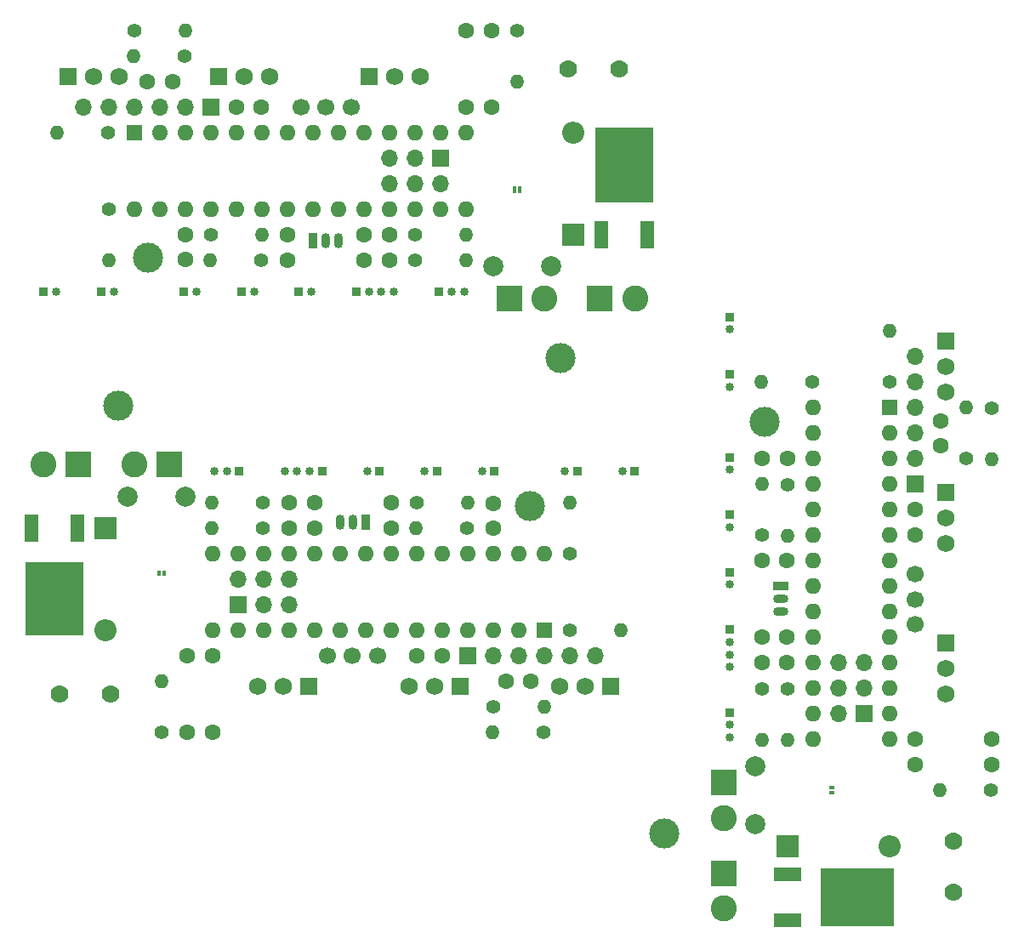
<source format=gbs>
%MOIN*%
%OFA0B0*%
%FSLAX46Y46*%
%IPPOS*%
%LPD*%
%AMREC110*
4,1,3,
0.043307086614173228,0.043307086614173242,
-0.043307086614173242,0.043307086614173228,
-0.043307086614173228,-0.043307086614173242,
0.043307086614173242,-0.043307086614173228,
0*%
%AMREC120*
4,1,3,
0.033464566929133854,0.033464566929133861,
-0.033464566929133861,0.033464566929133854,
-0.033464566929133854,-0.033464566929133861,
0.033464566929133861,-0.033464566929133854,
0*%
%AMREC130*
4,1,3,
0.03444881889763779,0.0344488188976378,
-0.0344488188976378,0.03444881889763779,
-0.03444881889763779,-0.0344488188976378,
0.0344488188976378,-0.03444881889763779,
0*%
%AMREC140*
4,1,3,
0.031496062992125984,0.031496062992125991,
-0.031496062992125991,0.031496062992125984,
-0.031496062992125984,-0.031496062992125991,
0.031496062992125991,-0.031496062992125984,
0*%
%AMREC150*
4,1,3,
0.051181102362204724,0.051181102362204738,
-0.051181102362204738,0.051181102362204724,
-0.051181102362204724,-0.051181102362204738,
0.051181102362204738,-0.051181102362204724,
0*%
%AMREC160*
4,1,3,
0.017716535433070862,0.029527559055118113,
-0.017716535433070873,0.029527559055118113,
-0.017716535433070862,-0.029527559055118113,
0.017716535433070873,-0.029527559055118113,
0*%
%AMREC170*
4,1,3,
0.016732283464566927,0.016732283464566931,
-0.016732283464566931,0.016732283464566927,
-0.016732283464566927,-0.016732283464566931,
0.016732283464566931,-0.016732283464566927,
0*%
%AMREC180*
4,1,3,
0.027559055118110232,0.053149606299212608,
-0.027559055118110239,0.053149606299212608,
-0.027559055118110232,-0.053149606299212608,
0.027559055118110239,-0.053149606299212608,
0*%
%AMREC190*
4,1,3,
0.11417322834645668,0.1456692913385827,
-0.11417322834645671,0.14566929133858267,
-0.11417322834645668,-0.1456692913385827,
0.11417322834645671,-0.14566929133858267,
0*%
%AMREC200*
4,1,3,
0.007874015748031496,0.011811023622047244,
-0.0078740157480314977,0.011811023622047244,
-0.007874015748031496,-0.011811023622047244,
0.0078740157480314977,-0.011811023622047244,
0*%
%ADD10C,0.0039370078740157488*%
%ADD11R,0.086614173228346469X0.086614173228346469*%
%ADD12O,0.086614173228346469X0.086614173228346469*%
%ADD13C,0.07874015748031496*%
%ADD14C,0.07*%
%ADD15R,0.066929133858267723X0.066929133858267723*%
%ADD16O,0.066929133858267723X0.066929133858267723*%
%ADD17C,0.11811023622047245*%
%ADD18C,0.068897637795275593*%
%ADD19R,0.068897637795275593X0.068897637795275593*%
%ADD20R,0.062992125984251982X0.062992125984251982*%
%ADD21O,0.062992125984251982X0.062992125984251982*%
%ADD22R,0.10236220472440946X0.10236220472440946*%
%ADD23C,0.10236220472440946*%
%ADD24C,0.066929133858267723*%
%ADD25C,0.055118110236220472*%
%ADD26O,0.055118110236220472X0.055118110236220472*%
%ADD27C,0.062992125984251982*%
%ADD28O,0.035433070866141732X0.059055118110236227*%
%ADD29R,0.035433070866141732X0.059055118110236227*%
%ADD30R,0.033464566929133861X0.033464566929133861*%
%ADD31C,0.033464566929133861*%
%ADD32R,0.055118110236220472X0.10629921259842522*%
%ADD33R,0.2283464566929134X0.29133858267716539*%
%ADD34R,0.015748031496062995X0.023622047244094488*%
%ADD45C,0.0039370078740157488*%
%AMCOMP47*
4,1,3,
0.043307086614173228,0.043307086614173242,
-0.043307086614173242,0.043307086614173228,
-0.043307086614173228,-0.043307086614173242,
0.043307086614173242,-0.043307086614173228,
0*%
%ADD46COMP47*%
%ADD47O,0.086614173228346469X0.086614173228346469*%
%ADD48C,0.07874015748031496*%
%ADD49C,0.07*%
%AMCOMP48*
4,1,3,
0.033464566929133854,0.033464566929133861,
-0.033464566929133861,0.033464566929133854,
-0.033464566929133854,-0.033464566929133861,
0.033464566929133861,-0.033464566929133854,
0*%
%ADD50COMP48*%
%ADD51O,0.066929133858267723X0.066929133858267723*%
%ADD52C,0.11811023622047245*%
%ADD53C,0.068897637795275593*%
%AMCOMP49*
4,1,3,
0.03444881889763779,0.0344488188976378,
-0.0344488188976378,0.03444881889763779,
-0.03444881889763779,-0.0344488188976378,
0.0344488188976378,-0.03444881889763779,
0*%
%ADD54COMP49*%
%AMCOMP50*
4,1,3,
0.031496062992125984,0.031496062992125991,
-0.031496062992125991,0.031496062992125984,
-0.031496062992125984,-0.031496062992125991,
0.031496062992125991,-0.031496062992125984,
0*%
%ADD55COMP50*%
%ADD56O,0.062992125984251982X0.062992125984251982*%
%AMCOMP51*
4,1,3,
0.051181102362204724,0.051181102362204738,
-0.051181102362204738,0.051181102362204724,
-0.051181102362204724,-0.051181102362204738,
0.051181102362204738,-0.051181102362204724,
0*%
%ADD57COMP51*%
%ADD58C,0.10236220472440946*%
%ADD59C,0.066929133858267723*%
%ADD60C,0.055118110236220472*%
%ADD61O,0.055118110236220472X0.055118110236220472*%
%ADD62C,0.062992125984251982*%
%ADD63O,0.035433070866141732X0.059055118110236227*%
%AMCOMP52*
4,1,3,
0.017716535433070862,0.029527559055118113,
-0.017716535433070873,0.029527559055118113,
-0.017716535433070862,-0.029527559055118113,
0.017716535433070873,-0.029527559055118113,
0*%
%ADD64COMP52*%
%AMCOMP53*
4,1,3,
0.016732283464566927,0.016732283464566931,
-0.016732283464566931,0.016732283464566927,
-0.016732283464566927,-0.016732283464566931,
0.016732283464566931,-0.016732283464566927,
0*%
%ADD65COMP53*%
%ADD66C,0.033464566929133861*%
%AMCOMP54*
4,1,3,
0.027559055118110232,0.053149606299212608,
-0.027559055118110239,0.053149606299212608,
-0.027559055118110232,-0.053149606299212608,
0.027559055118110239,-0.053149606299212608,
0*%
%ADD67COMP54*%
%AMCOMP55*
4,1,3,
0.11417322834645668,0.1456692913385827,
-0.11417322834645671,0.14566929133858267,
-0.11417322834645668,-0.1456692913385827,
0.11417322834645671,-0.14566929133858267,
0*%
%ADD68COMP55*%
%AMCOMP56*
4,1,3,
0.007874015748031496,0.011811023622047244,
-0.0078740157480314977,0.011811023622047244,
-0.007874015748031496,-0.011811023622047244,
0.0078740157480314977,-0.011811023622047244,
0*%
%ADD69COMP56*%
%ADD70C,0.0039370078740157488*%
%ADD71R,0.086614173228346469X0.086614173228346469*%
%ADD72O,0.086614173228346469X0.086614173228346469*%
%ADD73C,0.07874015748031496*%
%ADD74C,0.07*%
%ADD75R,0.066929133858267723X0.066929133858267723*%
%ADD76O,0.066929133858267723X0.066929133858267723*%
%ADD77C,0.11811023622047245*%
%ADD78C,0.068897637795275593*%
%ADD79R,0.068897637795275593X0.068897637795275593*%
%ADD80R,0.062992125984251982X0.062992125984251982*%
%ADD81O,0.062992125984251982X0.062992125984251982*%
%ADD82R,0.10236220472440946X0.10236220472440946*%
%ADD83C,0.10236220472440946*%
%ADD84C,0.066929133858267723*%
%ADD85C,0.055118110236220472*%
%ADD86O,0.055118110236220472X0.055118110236220472*%
%ADD87C,0.062992125984251982*%
%ADD88O,0.059055118110236227X0.035433070866141732*%
%ADD89R,0.059055118110236227X0.035433070866141732*%
%ADD90R,0.033464566929133861X0.033464566929133861*%
%ADD91C,0.033464566929133861*%
%ADD92R,0.10629921259842522X0.055118110236220472*%
%ADD93R,0.29133858267716539X0.2283464566929134*%
%ADD94R,0.023622047244094488X0.015748031496062995*%
G01*
D10*
D11*
X-0004606299Y0005275590D02*
X0000343307Y0001629330D03*
D12*
X0000343307Y0001229330D03*
D13*
X0000429133Y0001754330D03*
X0000657480Y0001754330D03*
D14*
X0000363307Y0000979330D03*
X0000163307Y0000979330D03*
D15*
X0001763307Y0001129330D03*
D16*
X0001863307Y0001129330D03*
X0001963307Y0001129330D03*
X0002063307Y0001129330D03*
X0002163307Y0001129330D03*
X0002263307Y0001129330D03*
D17*
X0002007795Y0001717913D03*
D18*
X0002122755Y0001009251D03*
X0002222755Y0001009251D03*
D19*
X0002322755Y0001009251D03*
D17*
X0000393622Y0002111614D03*
D20*
X0002063307Y0001229330D03*
D21*
X0000763307Y0001529330D03*
X0001963307Y0001229330D03*
X0000863307Y0001529330D03*
X0001863307Y0001229330D03*
X0000963307Y0001529330D03*
X0001763307Y0001229330D03*
X0001063307Y0001529330D03*
X0001663307Y0001229330D03*
X0001163307Y0001529330D03*
X0001563307Y0001229330D03*
X0001263307Y0001529330D03*
X0001463307Y0001229330D03*
X0001363307Y0001529330D03*
X0001363307Y0001229330D03*
X0001463307Y0001529330D03*
X0001263307Y0001229330D03*
X0001563307Y0001529330D03*
X0001163307Y0001229330D03*
X0001663307Y0001529330D03*
X0001063307Y0001229330D03*
X0001763307Y0001529330D03*
X0000963307Y0001229330D03*
X0001863307Y0001529330D03*
X0000863307Y0001229330D03*
X0001963307Y0001529330D03*
X0000763307Y0001229330D03*
X0002063307Y0001529330D03*
D22*
X0000593307Y0001879330D03*
D23*
X0000455511Y0001879330D03*
D22*
X0000238307Y0001879330D03*
D23*
X0000100511Y0001879330D03*
D24*
X0001213307Y0001129330D03*
X0001311732Y0001129330D03*
X0001410157Y0001129330D03*
D25*
X0001864881Y0000929330D03*
D26*
X0002064881Y0000929330D03*
D25*
X0002061732Y0000829330D03*
D26*
X0001861732Y0000829330D03*
D27*
X0001463307Y0001729330D03*
X0001463307Y0001630905D03*
X0001163307Y0001729330D03*
X0001163307Y0001630905D03*
X0001663307Y0001129330D03*
X0001564881Y0001129330D03*
D28*
X0001313307Y0001654330D03*
X0001263307Y0001654330D03*
D29*
X0001363307Y0001654330D03*
D27*
X0001063307Y0001729330D03*
X0001063307Y0001630905D03*
X0001913307Y0001029330D03*
X0002011732Y0001029330D03*
D25*
X0002164881Y0001229330D03*
D26*
X0002364881Y0001229330D03*
D27*
X0001863307Y0001629330D03*
X0001863307Y0001727755D03*
D25*
X0001564881Y0001729330D03*
D26*
X0001764881Y0001729330D03*
D25*
X0001761732Y0001629330D03*
D26*
X0001561732Y0001629330D03*
D18*
X0001532204Y0001009251D03*
X0001632204Y0001009251D03*
D19*
X0001732204Y0001009251D03*
D18*
X0000941653Y0001009251D03*
X0001041653Y0001009251D03*
D19*
X0001141653Y0001009251D03*
D25*
X0000961732Y0001629330D03*
D26*
X0000761732Y0001629330D03*
D25*
X0000961732Y0001729330D03*
D26*
X0000761732Y0001729330D03*
D25*
X0002163307Y0001530905D03*
D26*
X0002163307Y0001730905D03*
D27*
X0000663307Y0001129330D03*
X0000663307Y0000829330D03*
X0000763307Y0001129330D03*
X0000763307Y0000829330D03*
D25*
X0000563307Y0000830905D03*
D26*
X0000563307Y0001030905D03*
D15*
X0000863307Y0001329330D03*
D16*
X0000863307Y0001429330D03*
X0000963307Y0001329330D03*
X0000963307Y0001429330D03*
X0001063307Y0001329330D03*
X0001063307Y0001429330D03*
D30*
X0001643307Y0001854330D03*
D31*
X0001594094Y0001854330D03*
D30*
X0001193307Y0001854330D03*
D31*
X0001144094Y0001854330D03*
X0001094881Y0001854330D03*
X0001045669Y0001854330D03*
D30*
X0001418307Y0001854330D03*
D31*
X0001369094Y0001854330D03*
D30*
X0002418307Y0001854330D03*
D31*
X0002369094Y0001854330D03*
D30*
X0001868307Y0001854330D03*
D31*
X0001819094Y0001854330D03*
D30*
X0000868307Y0001854330D03*
D31*
X0000819094Y0001854330D03*
X0000769881Y0001854330D03*
D32*
X0000053543Y0001629527D03*
X0000233070Y0001629527D03*
D33*
X0000143307Y0001354645D03*
D34*
X0000573149Y0001454330D03*
X0000553464Y0001454330D03*
D30*
X0002193307Y0001854330D03*
D31*
X0002144094Y0001854330D03*
G04 next file*
G04 #@! TF.FileFunction,Soldermask,Bot*
G04 Gerber Fmt 4.6, Leading zero omitted, Abs format (unit mm)*
G04 Created by KiCad (PCBNEW 4.0.7) date 08/08/19 19:02:58*
G01*
G04 APERTURE LIST*
G04 APERTURE END LIST*
D45*
D46*
X0007125984Y-0000866141D02*
X0002176377Y0002780118D03*
D47*
X0002176377Y0003180118D03*
D48*
X0002090551Y0002655118D03*
X0001862204Y0002655118D03*
D49*
X0002156377Y0003430118D03*
X0002356377Y0003430118D03*
D50*
X0000756377Y0003280118D03*
D51*
X0000656377Y0003280118D03*
X0000556377Y0003280118D03*
X0000456377Y0003280118D03*
X0000356377Y0003280118D03*
X0000256377Y0003280118D03*
D52*
X0000511889Y0002691535D03*
D53*
X0000396929Y0003400196D03*
X0000296929Y0003400196D03*
D54*
X0000196929Y0003400196D03*
D52*
X0002126062Y0002297834D03*
D55*
X0000456377Y0003180118D03*
D56*
X0001756377Y0002880118D03*
X0000556377Y0003180118D03*
X0001656377Y0002880118D03*
X0000656377Y0003180118D03*
X0001556377Y0002880118D03*
X0000756377Y0003180118D03*
X0001456377Y0002880118D03*
X0000856377Y0003180118D03*
X0001356377Y0002880118D03*
X0000956377Y0003180118D03*
X0001256377Y0002880118D03*
X0001056377Y0003180118D03*
X0001156377Y0002880118D03*
X0001156377Y0003180118D03*
X0001056377Y0002880118D03*
X0001256377Y0003180118D03*
X0000956377Y0002880118D03*
X0001356377Y0003180118D03*
X0000856377Y0002880118D03*
X0001456377Y0003180118D03*
X0000756377Y0002880118D03*
X0001556377Y0003180118D03*
X0000656377Y0002880118D03*
X0001656377Y0003180118D03*
X0000556377Y0002880118D03*
X0001756377Y0003180118D03*
X0000456377Y0002880118D03*
D57*
X0001926377Y0002530118D03*
D58*
X0002064173Y0002530118D03*
D57*
X0002281377Y0002530118D03*
D58*
X0002419173Y0002530118D03*
D59*
X0001306377Y0003280118D03*
X0001207952Y0003280118D03*
X0001109527Y0003280118D03*
D60*
X0000654803Y0003480118D03*
D61*
X0000454803Y0003480118D03*
D60*
X0000457952Y0003580118D03*
D61*
X0000657952Y0003580118D03*
D62*
X0001056377Y0002680118D03*
X0001056377Y0002778543D03*
X0001356377Y0002680118D03*
X0001356377Y0002778543D03*
X0000856377Y0003280118D03*
X0000954803Y0003280118D03*
D63*
X0001206377Y0002755118D03*
X0001256377Y0002755118D03*
D64*
X0001156377Y0002755118D03*
D62*
X0001456377Y0002680118D03*
X0001456377Y0002778543D03*
X0000606377Y0003380118D03*
X0000507952Y0003380118D03*
D60*
X0000354803Y0003180118D03*
D61*
X0000154803Y0003180118D03*
D62*
X0000656377Y0002780118D03*
X0000656377Y0002681692D03*
D60*
X0000954803Y0002680118D03*
D61*
X0000754803Y0002680118D03*
D60*
X0000757952Y0002780118D03*
D61*
X0000957952Y0002780118D03*
D53*
X0000987480Y0003400196D03*
X0000887480Y0003400196D03*
D54*
X0000787480Y0003400196D03*
D53*
X0001578031Y0003400196D03*
X0001478031Y0003400196D03*
D54*
X0001378031Y0003400196D03*
D60*
X0001557952Y0002780118D03*
D61*
X0001757952Y0002780118D03*
D60*
X0001557952Y0002680118D03*
D61*
X0001757952Y0002680118D03*
D60*
X0000356377Y0002878543D03*
D61*
X0000356377Y0002678543D03*
D62*
X0001856377Y0003280118D03*
X0001856377Y0003580118D03*
X0001756377Y0003280118D03*
X0001756377Y0003580118D03*
D60*
X0001956377Y0003578543D03*
D61*
X0001956377Y0003378543D03*
D50*
X0001656377Y0003080118D03*
D51*
X0001656377Y0002980118D03*
X0001556377Y0003080118D03*
X0001556377Y0002980118D03*
X0001456377Y0003080118D03*
X0001456377Y0002980118D03*
D65*
X0000876377Y0002555118D03*
D66*
X0000925590Y0002555118D03*
D65*
X0001326377Y0002555118D03*
D66*
X0001375590Y0002555118D03*
X0001424803Y0002555118D03*
X0001474015Y0002555118D03*
D65*
X0001101377Y0002555118D03*
D66*
X0001150590Y0002555118D03*
D65*
X0000101377Y0002555118D03*
D66*
X0000150590Y0002555118D03*
D65*
X0000651377Y0002555118D03*
D66*
X0000700590Y0002555118D03*
D65*
X0001651377Y0002555118D03*
D66*
X0001700590Y0002555118D03*
X0001749803Y0002555118D03*
D67*
X0002466141Y0002779921D03*
X0002286614Y0002779921D03*
D68*
X0002376377Y0003054803D03*
D69*
X0001946535Y0002955118D03*
X0001966220Y0002955118D03*
D65*
X0000326377Y0002555118D03*
D66*
X0000375590Y0002555118D03*
G04 next file*
G04 #@! TF.FileFunction,Soldermask,Bot*
G04 Gerber Fmt 4.6, Leading zero omitted, Abs format (unit mm)*
G04 Created by KiCad (PCBNEW 4.0.7) date 08/08/19 19:02:58*
G01*
G04 APERTURE LIST*
G04 APERTURE END LIST*
D70*
D71*
X-0000629921Y-0004566929D02*
X0003016338Y0000382677D03*
D72*
X0003416338Y0000382677D03*
D73*
X0002891338Y0000468503D03*
X0002891338Y0000696850D03*
D74*
X0003666338Y0000402677D03*
X0003666338Y0000202677D03*
D75*
X0003516338Y0001802677D03*
D76*
X0003516338Y0001902677D03*
X0003516338Y0002002677D03*
X0003516338Y0002102677D03*
X0003516338Y0002202677D03*
X0003516338Y0002302677D03*
D77*
X0002927755Y0002047165D03*
D78*
X0003636417Y0002162125D03*
X0003636417Y0002262125D03*
D79*
X0003636417Y0002362125D03*
D77*
X0002534055Y0000432992D03*
D80*
X0003416338Y0002102677D03*
D81*
X0003116338Y0000802677D03*
X0003416338Y0002002677D03*
X0003116338Y0000902677D03*
X0003416338Y0001902677D03*
X0003116338Y0001002677D03*
X0003416338Y0001802677D03*
X0003116338Y0001102677D03*
X0003416338Y0001702677D03*
X0003116338Y0001202677D03*
X0003416338Y0001602677D03*
X0003116338Y0001302677D03*
X0003416338Y0001502677D03*
X0003116338Y0001402677D03*
X0003416338Y0001402677D03*
X0003116338Y0001502677D03*
X0003416338Y0001302677D03*
X0003116338Y0001602677D03*
X0003416338Y0001202677D03*
X0003116338Y0001702677D03*
X0003416338Y0001102677D03*
X0003116338Y0001802677D03*
X0003416338Y0001002677D03*
X0003116338Y0001902677D03*
X0003416338Y0000902677D03*
X0003116338Y0002002677D03*
X0003416338Y0000802677D03*
X0003116338Y0002102677D03*
D82*
X0002766338Y0000632677D03*
D83*
X0002766338Y0000494881D03*
D82*
X0002766338Y0000277677D03*
D83*
X0002766338Y0000139881D03*
D84*
X0003516338Y0001252677D03*
X0003516338Y0001351102D03*
X0003516338Y0001449527D03*
D85*
X0003716338Y0001904251D03*
D86*
X0003716338Y0002104251D03*
D85*
X0003816338Y0002101102D03*
D86*
X0003816338Y0001901102D03*
D87*
X0002916338Y0001502677D03*
X0003014763Y0001502677D03*
X0002916338Y0001202677D03*
X0003014763Y0001202677D03*
X0003516338Y0001702677D03*
X0003516338Y0001604251D03*
D88*
X0002991338Y0001352677D03*
X0002991338Y0001302677D03*
D89*
X0002991338Y0001402677D03*
D87*
X0002916338Y0001102677D03*
X0003014763Y0001102677D03*
X0003616338Y0001952677D03*
X0003616338Y0002051102D03*
D85*
X0003416338Y0002204251D03*
D86*
X0003416338Y0002404251D03*
D87*
X0003016338Y0001902677D03*
X0002917913Y0001902677D03*
D85*
X0002916338Y0001604251D03*
D86*
X0002916338Y0001804251D03*
D85*
X0003016338Y0001801102D03*
D86*
X0003016338Y0001601102D03*
D78*
X0003636417Y0001571574D03*
X0003636417Y0001671574D03*
D79*
X0003636417Y0001771574D03*
D78*
X0003636417Y0000981023D03*
X0003636417Y0001081023D03*
D79*
X0003636417Y0001181023D03*
D85*
X0003016338Y0001001102D03*
D86*
X0003016338Y0000801102D03*
D85*
X0002916338Y0001001102D03*
D86*
X0002916338Y0000801102D03*
D85*
X0003114763Y0002202677D03*
D86*
X0002914763Y0002202677D03*
D87*
X0003516338Y0000702677D03*
X0003816338Y0000702677D03*
X0003516338Y0000802677D03*
X0003816338Y0000802677D03*
D85*
X0003814763Y0000602677D03*
D86*
X0003614763Y0000602677D03*
D75*
X0003316338Y0000902677D03*
D76*
X0003216338Y0000902677D03*
X0003316338Y0001002677D03*
X0003216338Y0001002677D03*
X0003316338Y0001102677D03*
X0003216338Y0001102677D03*
D90*
X0002791338Y0001682677D03*
D91*
X0002791338Y0001633464D03*
D90*
X0002791338Y0001232677D03*
D91*
X0002791338Y0001183464D03*
X0002791338Y0001134251D03*
X0002791338Y0001085039D03*
D90*
X0002791338Y0001457677D03*
D91*
X0002791338Y0001408464D03*
D90*
X0002791338Y0002457677D03*
D91*
X0002791338Y0002408464D03*
D90*
X0002791338Y0001907677D03*
D91*
X0002791338Y0001858464D03*
D90*
X0002791338Y0000907677D03*
D91*
X0002791338Y0000858464D03*
X0002791338Y0000809251D03*
D92*
X0003016141Y0000092913D03*
X0003016141Y0000272440D03*
D93*
X0003291023Y0000182677D03*
D94*
X0003191338Y0000612519D03*
X0003191338Y0000592834D03*
D90*
X0002791338Y0002232677D03*
D91*
X0002791338Y0002183464D03*
M02*
</source>
